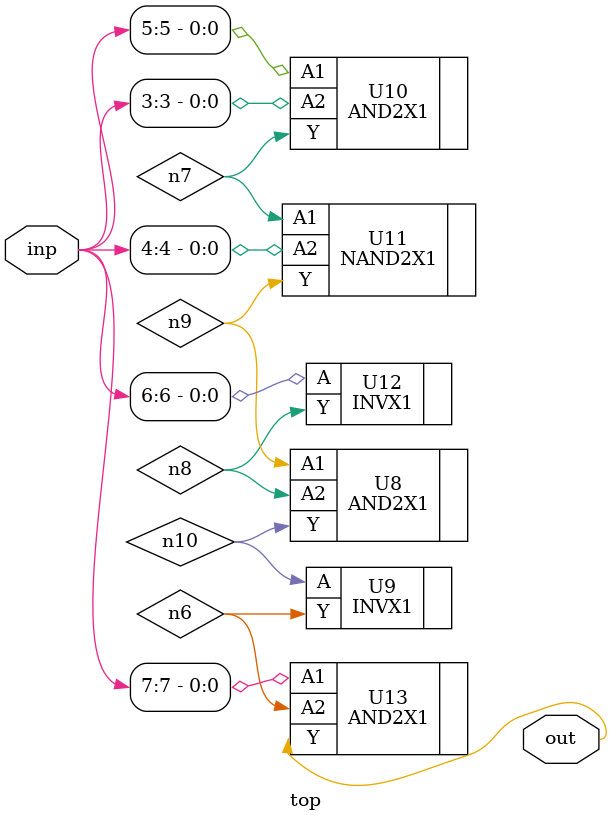
<source format=sv>


module top ( inp, out );
  input [7:0] inp;
  output out;
  wire   n6, n7, n8, n9, n10;

  AND2X1 U8 ( .A1(n9), .A2(n8), .Y(n10) );
  INVX1 U9 ( .A(n10), .Y(n6) );
  AND2X1 U10 ( .A1(inp[5]), .A2(inp[3]), .Y(n7) );
  NAND2X1 U11 ( .A1(n7), .A2(inp[4]), .Y(n9) );
  INVX1 U12 ( .A(inp[6]), .Y(n8) );
  AND2X1 U13 ( .A1(inp[7]), .A2(n6), .Y(out) );
endmodule


</source>
